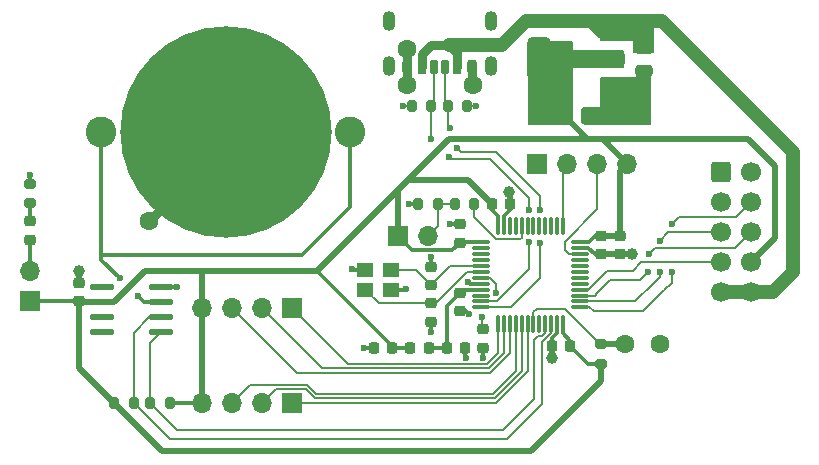
<source format=gbr>
%TF.GenerationSoftware,KiCad,Pcbnew,8.0.3*%
%TF.CreationDate,2024-06-06T01:48:16+12:00*%
%TF.ProjectId,microcontroller,6d696372-6f63-46f6-9e74-726f6c6c6572,0.1.1*%
%TF.SameCoordinates,Original*%
%TF.FileFunction,Copper,L1,Top*%
%TF.FilePolarity,Positive*%
%FSLAX46Y46*%
G04 Gerber Fmt 4.6, Leading zero omitted, Abs format (unit mm)*
G04 Created by KiCad (PCBNEW 8.0.3) date 2024-06-06 01:48:16*
%MOMM*%
%LPD*%
G01*
G04 APERTURE LIST*
G04 Aperture macros list*
%AMRoundRect*
0 Rectangle with rounded corners*
0 $1 Rounding radius*
0 $2 $3 $4 $5 $6 $7 $8 $9 X,Y pos of 4 corners*
0 Add a 4 corners polygon primitive as box body*
4,1,4,$2,$3,$4,$5,$6,$7,$8,$9,$2,$3,0*
0 Add four circle primitives for the rounded corners*
1,1,$1+$1,$2,$3*
1,1,$1+$1,$4,$5*
1,1,$1+$1,$6,$7*
1,1,$1+$1,$8,$9*
0 Add four rect primitives between the rounded corners*
20,1,$1+$1,$2,$3,$4,$5,0*
20,1,$1+$1,$4,$5,$6,$7,0*
20,1,$1+$1,$6,$7,$8,$9,0*
20,1,$1+$1,$8,$9,$2,$3,0*%
G04 Aperture macros list end*
%TA.AperFunction,SMDPad,CuDef*%
%ADD10RoundRect,0.250000X-0.475000X0.250000X-0.475000X-0.250000X0.475000X-0.250000X0.475000X0.250000X0*%
%TD*%
%TA.AperFunction,SMDPad,CuDef*%
%ADD11RoundRect,0.079500X-0.910500X-0.185500X0.910500X-0.185500X0.910500X0.185500X-0.910500X0.185500X0*%
%TD*%
%TA.AperFunction,SMDPad,CuDef*%
%ADD12RoundRect,0.175000X0.175000X0.425000X-0.175000X0.425000X-0.175000X-0.425000X0.175000X-0.425000X0*%
%TD*%
%TA.AperFunction,SMDPad,CuDef*%
%ADD13RoundRect,0.190000X-0.190000X-0.410000X0.190000X-0.410000X0.190000X0.410000X-0.190000X0.410000X0*%
%TD*%
%TA.AperFunction,SMDPad,CuDef*%
%ADD14RoundRect,0.200000X-0.200000X-0.400000X0.200000X-0.400000X0.200000X0.400000X-0.200000X0.400000X0*%
%TD*%
%TA.AperFunction,SMDPad,CuDef*%
%ADD15RoundRect,0.175000X-0.175000X-0.425000X0.175000X-0.425000X0.175000X0.425000X-0.175000X0.425000X0*%
%TD*%
%TA.AperFunction,SMDPad,CuDef*%
%ADD16RoundRect,0.190000X0.190000X0.410000X-0.190000X0.410000X-0.190000X-0.410000X0.190000X-0.410000X0*%
%TD*%
%TA.AperFunction,SMDPad,CuDef*%
%ADD17RoundRect,0.200000X0.200000X0.400000X-0.200000X0.400000X-0.200000X-0.400000X0.200000X-0.400000X0*%
%TD*%
%TA.AperFunction,ComponentPad*%
%ADD18O,1.100000X1.700000*%
%TD*%
%TA.AperFunction,ComponentPad*%
%ADD19R,1.700000X1.700000*%
%TD*%
%TA.AperFunction,ComponentPad*%
%ADD20O,1.700000X1.700000*%
%TD*%
%TA.AperFunction,SMDPad,CuDef*%
%ADD21RoundRect,0.225000X0.250000X-0.225000X0.250000X0.225000X-0.250000X0.225000X-0.250000X-0.225000X0*%
%TD*%
%TA.AperFunction,SMDPad,CuDef*%
%ADD22RoundRect,0.200000X0.200000X0.275000X-0.200000X0.275000X-0.200000X-0.275000X0.200000X-0.275000X0*%
%TD*%
%TA.AperFunction,SMDPad,CuDef*%
%ADD23RoundRect,0.218750X-0.256250X0.218750X-0.256250X-0.218750X0.256250X-0.218750X0.256250X0.218750X0*%
%TD*%
%TA.AperFunction,SMDPad,CuDef*%
%ADD24RoundRect,0.250000X-0.250000X-0.475000X0.250000X-0.475000X0.250000X0.475000X-0.250000X0.475000X0*%
%TD*%
%TA.AperFunction,SMDPad,CuDef*%
%ADD25RoundRect,0.200000X-0.200000X-0.275000X0.200000X-0.275000X0.200000X0.275000X-0.200000X0.275000X0*%
%TD*%
%TA.AperFunction,SMDPad,CuDef*%
%ADD26RoundRect,0.225000X-0.250000X0.225000X-0.250000X-0.225000X0.250000X-0.225000X0.250000X0.225000X0*%
%TD*%
%TA.AperFunction,ComponentPad*%
%ADD27C,2.600000*%
%TD*%
%TA.AperFunction,SMDPad,CuDef*%
%ADD28C,17.900000*%
%TD*%
%TA.AperFunction,ComponentPad*%
%ADD29RoundRect,0.250000X-0.600000X-0.600000X0.600000X-0.600000X0.600000X0.600000X-0.600000X0.600000X0*%
%TD*%
%TA.AperFunction,ComponentPad*%
%ADD30C,1.700000*%
%TD*%
%TA.AperFunction,SMDPad,CuDef*%
%ADD31RoundRect,0.218750X0.218750X0.256250X-0.218750X0.256250X-0.218750X-0.256250X0.218750X-0.256250X0*%
%TD*%
%TA.AperFunction,SMDPad,CuDef*%
%ADD32RoundRect,0.225000X-0.225000X-0.250000X0.225000X-0.250000X0.225000X0.250000X-0.225000X0.250000X0*%
%TD*%
%TA.AperFunction,ComponentPad*%
%ADD33C,1.600000*%
%TD*%
%TA.AperFunction,SMDPad,CuDef*%
%ADD34RoundRect,0.375000X0.625000X0.375000X-0.625000X0.375000X-0.625000X-0.375000X0.625000X-0.375000X0*%
%TD*%
%TA.AperFunction,SMDPad,CuDef*%
%ADD35RoundRect,0.500000X0.500000X1.400000X-0.500000X1.400000X-0.500000X-1.400000X0.500000X-1.400000X0*%
%TD*%
%TA.AperFunction,SMDPad,CuDef*%
%ADD36RoundRect,0.225000X0.225000X0.250000X-0.225000X0.250000X-0.225000X-0.250000X0.225000X-0.250000X0*%
%TD*%
%TA.AperFunction,SMDPad,CuDef*%
%ADD37RoundRect,0.075000X-0.662500X-0.075000X0.662500X-0.075000X0.662500X0.075000X-0.662500X0.075000X0*%
%TD*%
%TA.AperFunction,SMDPad,CuDef*%
%ADD38RoundRect,0.075000X-0.075000X-0.662500X0.075000X-0.662500X0.075000X0.662500X-0.075000X0.662500X0*%
%TD*%
%TA.AperFunction,SMDPad,CuDef*%
%ADD39RoundRect,0.200000X0.275000X-0.200000X0.275000X0.200000X-0.275000X0.200000X-0.275000X-0.200000X0*%
%TD*%
%TA.AperFunction,SMDPad,CuDef*%
%ADD40R,1.400000X1.200000*%
%TD*%
%TA.AperFunction,ViaPad*%
%ADD41C,1.600000*%
%TD*%
%TA.AperFunction,ViaPad*%
%ADD42C,0.600000*%
%TD*%
%TA.AperFunction,ViaPad*%
%ADD43C,1.000000*%
%TD*%
%TA.AperFunction,Conductor*%
%ADD44C,0.300000*%
%TD*%
%TA.AperFunction,Conductor*%
%ADD45C,0.130000*%
%TD*%
%TA.AperFunction,Conductor*%
%ADD46C,0.500000*%
%TD*%
%TA.AperFunction,Conductor*%
%ADD47C,0.800000*%
%TD*%
%TA.AperFunction,Conductor*%
%ADD48C,1.200000*%
%TD*%
G04 APERTURE END LIST*
D10*
%TO.P,C10,1*%
%TO.N,VBUS*%
X171869000Y-69912000D03*
%TO.P,C10,2*%
%TO.N,GND*%
X171869000Y-71812000D03*
%TD*%
D11*
%TO.P,U1,1,32KHZ*%
%TO.N,unconnected-(U1-32KHZ-Pad1)*%
X126059000Y-90170000D03*
%TO.P,U1,2,VCC*%
%TO.N,+3V3*%
X126059000Y-91440000D03*
%TO.P,U1,3,~{INT}/SQW*%
%TO.N,unconnected-(U1-~{INT}{slash}SQW-Pad3)*%
X126059000Y-92710000D03*
%TO.P,U1,4,~{RST}*%
%TO.N,unconnected-(U1-~{RST}-Pad4)*%
X126059000Y-93980000D03*
%TO.P,U1,5,GND*%
%TO.N,GND*%
X130989000Y-90170000D03*
%TO.P,U1,6,VBAT*%
%TO.N,+BATT*%
X130989000Y-91440000D03*
%TO.P,U1,7,SDA*%
%TO.N,SDA*%
X130989000Y-92710000D03*
%TO.P,U1,8,SCL*%
%TO.N,SCL*%
X130989000Y-93980000D03*
%TD*%
D12*
%TO.P,J4,A5,CC1*%
%TO.N,USB_CC1*%
X155100000Y-71520000D03*
D13*
%TO.P,J4,A9,VBUS*%
%TO.N,VBUS*%
X153080000Y-71520000D03*
D14*
%TO.P,J4,A12,GND*%
%TO.N,GND*%
X151850000Y-71520000D03*
D15*
%TO.P,J4,B5,CC2*%
%TO.N,USB_CC2*%
X154100000Y-71520000D03*
D16*
%TO.P,J4,B9,VBUS*%
%TO.N,VBUS*%
X156120000Y-71520000D03*
D17*
%TO.P,J4,B12,GND*%
%TO.N,GND*%
X157350000Y-71520000D03*
D18*
%TO.P,J4,S1,SHIELD*%
%TO.N,unconnected-(J4-SHIELD-PadS1)*%
X158920000Y-71440000D03*
%TO.N,unconnected-(J4-SHIELD-PadS1)_1*%
X158920000Y-67640000D03*
%TO.N,unconnected-(J4-SHIELD-PadS1)_2*%
X150280000Y-71440000D03*
%TO.N,unconnected-(J4-SHIELD-PadS1)_0*%
X150280000Y-67640000D03*
%TD*%
D19*
%TO.P,J1,1,Pin_1*%
%TO.N,ADJUST_SW*%
X142113000Y-99949000D03*
D20*
%TO.P,J1,2,Pin_2*%
%TO.N,MODE_SW*%
X139573000Y-99949000D03*
%TO.P,J1,3,Pin_3*%
%TO.N,POWER_SW*%
X137033000Y-99949000D03*
%TO.P,J1,4,Pin_4*%
%TO.N,+3V3*%
X134493000Y-99949000D03*
%TD*%
D21*
%TO.P,C13,1*%
%TO.N,HSE_IN*%
X153900000Y-89975000D03*
%TO.P,C13,2*%
%TO.N,GND*%
X153900000Y-88425000D03*
%TD*%
D22*
%TO.P,R4,1*%
%TO.N,/BOOT0*%
X157525000Y-83100000D03*
%TO.P,R4,2*%
%TO.N,/JMP_BOOT0*%
X155875000Y-83100000D03*
%TD*%
D19*
%TO.P,J5,1,Pin_1*%
%TO.N,GND*%
X162860000Y-79700000D03*
D20*
%TO.P,J5,2,Pin_2*%
%TO.N,/SWCLK*%
X165400000Y-79700000D03*
%TO.P,J5,3,Pin_3*%
%TO.N,/SWDIO*%
X167940000Y-79700000D03*
%TO.P,J5,4,Pin_4*%
%TO.N,+3V3*%
X170480000Y-79700000D03*
%TD*%
D23*
%TO.P,D1,1,K*%
%TO.N,/PWR_LED_K*%
X119888000Y-84556500D03*
%TO.P,D1,2,A*%
%TO.N,/PWR_LED_A*%
X119888000Y-86131500D03*
%TD*%
D24*
%TO.P,C11,1*%
%TO.N,+3V3*%
X165204000Y-75688000D03*
%TO.P,C11,2*%
%TO.N,GND*%
X167104000Y-75688000D03*
%TD*%
D25*
%TO.P,R8,1*%
%TO.N,SCL*%
X130112000Y-99949000D03*
%TO.P,R8,2*%
%TO.N,+3V3*%
X131762000Y-99949000D03*
%TD*%
D19*
%TO.P,JP1,1,A*%
%TO.N,+3V3*%
X119888000Y-91318000D03*
D20*
%TO.P,JP1,2,B*%
%TO.N,/PWR_LED_A*%
X119888000Y-88778000D03*
%TD*%
D19*
%TO.P,J2,1,Pin_1*%
%TO.N,SECOND_SW_H*%
X142113000Y-91949000D03*
D20*
%TO.P,J2,2,Pin_2*%
%TO.N,MINUTE_SW_H*%
X139573000Y-91949000D03*
%TO.P,J2,3,Pin_3*%
%TO.N,HOUR_SW_H*%
X137033000Y-91949000D03*
%TO.P,J2,4,Pin_4*%
%TO.N,+3V3*%
X134493000Y-91949000D03*
%TD*%
D26*
%TO.P,C6,1*%
%TO.N,+3V3*%
X168300000Y-85825000D03*
%TO.P,C6,2*%
%TO.N,GND*%
X168300000Y-87375000D03*
%TD*%
D25*
%TO.P,R6,1*%
%TO.N,GND*%
X152251000Y-74790000D03*
%TO.P,R6,2*%
%TO.N,USB_CC2*%
X153901000Y-74790000D03*
%TD*%
D27*
%TO.P,BT1,1,+*%
%TO.N,+BATT*%
X125950000Y-77000000D03*
X147050000Y-77000000D03*
D28*
%TO.P,BT1,2,-*%
%TO.N,GND*%
X136500000Y-77000000D03*
%TD*%
D26*
%TO.P,C7,1*%
%TO.N,+3.3VA*%
X156300000Y-90625000D03*
%TO.P,C7,2*%
%TO.N,GND*%
X156300000Y-92175000D03*
%TD*%
%TO.P,C2,1*%
%TO.N,+3V3*%
X169900000Y-85825000D03*
%TO.P,C2,2*%
%TO.N,GND*%
X169900000Y-87375000D03*
%TD*%
D29*
%TO.P,J3,1,Pin_1*%
%TO.N,GND*%
X178435000Y-80420000D03*
D30*
%TO.P,J3,2,Pin_2*%
X180975000Y-80420000D03*
%TO.P,J3,3,Pin_3*%
X178435000Y-82960000D03*
%TO.P,J3,4,Pin_4*%
%TO.N,LATCH*%
X180975000Y-82960000D03*
%TO.P,J3,5,Pin_5*%
%TO.N,CLK*%
X178435000Y-85500000D03*
%TO.P,J3,6,Pin_6*%
%TO.N,OE*%
X180975000Y-85500000D03*
%TO.P,J3,7,Pin_7*%
%TO.N,SER*%
X178435000Y-88040000D03*
%TO.P,J3,8,Pin_8*%
%TO.N,+3V3*%
X180975000Y-88040000D03*
%TO.P,J3,9,Pin_9*%
%TO.N,VBUS*%
X178435000Y-90580000D03*
%TO.P,J3,10,Pin_10*%
X180975000Y-90580000D03*
%TD*%
D21*
%TO.P,C1,1*%
%TO.N,+3V3*%
X124079000Y-91326000D03*
%TO.P,C1,2*%
%TO.N,GND*%
X124079000Y-89776000D03*
%TD*%
D31*
%TO.P,FB1,1*%
%TO.N,+3.3VA*%
X153687500Y-95300000D03*
%TO.P,FB1,2*%
%TO.N,+3V3*%
X152112500Y-95300000D03*
%TD*%
D21*
%TO.P,C5,1*%
%TO.N,+3V3*%
X156300000Y-86375000D03*
%TO.P,C5,2*%
%TO.N,GND*%
X156300000Y-84825000D03*
%TD*%
D32*
%TO.P,C8,1*%
%TO.N,+3.3VA*%
X155225000Y-95300000D03*
%TO.P,C8,2*%
%TO.N,GND*%
X156775000Y-95300000D03*
%TD*%
D33*
%TO.P,R2,1*%
%TO.N,LDR*%
X170280000Y-94975000D03*
%TO.P,R2,2*%
%TO.N,GND*%
X173280000Y-94975000D03*
%TD*%
D22*
%TO.P,R9,1*%
%TO.N,SDA*%
X128714000Y-99949000D03*
%TO.P,R9,2*%
%TO.N,+3V3*%
X127064000Y-99949000D03*
%TD*%
D19*
%TO.P,JP2,1,A*%
%TO.N,+3V3*%
X151060000Y-85800000D03*
D20*
%TO.P,JP2,2,B*%
%TO.N,/JMP_BOOT0*%
X153600000Y-85800000D03*
%TD*%
D34*
%TO.P,U2,1,GND*%
%TO.N,GND*%
X169304000Y-73162000D03*
%TO.P,U2,2,VO*%
%TO.N,+3V3*%
X169304000Y-70862000D03*
D35*
X163004000Y-70862000D03*
D34*
%TO.P,U2,3,VI*%
%TO.N,VBUS*%
X169304000Y-68562000D03*
%TD*%
D36*
%TO.P,C3,1*%
%TO.N,+3V3*%
X165675000Y-95100000D03*
%TO.P,C3,2*%
%TO.N,GND*%
X164125000Y-95100000D03*
%TD*%
D25*
%TO.P,R5,1*%
%TO.N,GND*%
X152800000Y-83100000D03*
%TO.P,R5,2*%
%TO.N,/JMP_BOOT0*%
X154450000Y-83100000D03*
%TD*%
D32*
%TO.P,C4,1*%
%TO.N,+3V3*%
X159025000Y-83100000D03*
%TO.P,C4,2*%
%TO.N,GND*%
X160575000Y-83100000D03*
%TD*%
D37*
%TO.P,U3,1,VBAT*%
%TO.N,+3V3*%
X158137500Y-86350000D03*
%TO.P,U3,2,PC13*%
%TO.N,unconnected-(U3-PC13-Pad2)*%
X158137500Y-86850000D03*
%TO.P,U3,3,PC14*%
%TO.N,unconnected-(U3-PC14-Pad3)*%
X158137500Y-87350000D03*
%TO.P,U3,4,PC15*%
%TO.N,unconnected-(U3-PC15-Pad4)*%
X158137500Y-87850000D03*
%TO.P,U3,5,PD0*%
%TO.N,HSE_IN*%
X158137500Y-88350000D03*
%TO.P,U3,6,PD1*%
%TO.N,HSE_OUT*%
X158137500Y-88850000D03*
%TO.P,U3,7,NRST*%
%TO.N,/NRST*%
X158137500Y-89350000D03*
%TO.P,U3,8,VSSA*%
%TO.N,GND*%
X158137500Y-89850000D03*
%TO.P,U3,9,VDDA*%
%TO.N,+3.3VA*%
X158137500Y-90350000D03*
%TO.P,U3,10,PA0*%
%TO.N,unconnected-(U3-PA0-Pad10)*%
X158137500Y-90850000D03*
%TO.P,U3,11,PA1*%
%TO.N,USB_CC2*%
X158137500Y-91350000D03*
%TO.P,U3,12,PA2*%
%TO.N,USB_CC1*%
X158137500Y-91850000D03*
D38*
%TO.P,U3,13,PA3*%
%TO.N,SECOND_SW_H*%
X159550000Y-93262500D03*
%TO.P,U3,14,PA4*%
%TO.N,MINUTE_SW_H*%
X160050000Y-93262500D03*
%TO.P,U3,15,PA5*%
%TO.N,HOUR_SW_H*%
X160550000Y-93262500D03*
%TO.P,U3,16,PA6*%
%TO.N,POWER_SW*%
X161050000Y-93262500D03*
%TO.P,U3,17,PA7*%
%TO.N,MODE_SW*%
X161550000Y-93262500D03*
%TO.P,U3,18,PB0*%
%TO.N,ADJUST_SW*%
X162050000Y-93262500D03*
%TO.P,U3,19,PB1*%
%TO.N,LDR*%
X162550000Y-93262500D03*
%TO.P,U3,20,PB2*%
%TO.N,unconnected-(U3-PB2-Pad20)*%
X163050000Y-93262500D03*
%TO.P,U3,21,PB10*%
%TO.N,SCL*%
X163550000Y-93262500D03*
%TO.P,U3,22,PB11*%
%TO.N,SDA*%
X164050000Y-93262500D03*
%TO.P,U3,23,VSS*%
%TO.N,GND*%
X164550000Y-93262500D03*
%TO.P,U3,24,VDD*%
%TO.N,+3V3*%
X165050000Y-93262500D03*
D37*
%TO.P,U3,25,PB12*%
%TO.N,LATCH*%
X166462500Y-91850000D03*
%TO.P,U3,26,PB13*%
%TO.N,CLK*%
X166462500Y-91350000D03*
%TO.P,U3,27,PB14*%
%TO.N,OE*%
X166462500Y-90850000D03*
%TO.P,U3,28,PB15*%
%TO.N,SER*%
X166462500Y-90350000D03*
%TO.P,U3,29,PA8*%
%TO.N,unconnected-(U3-PA8-Pad29)*%
X166462500Y-89850000D03*
%TO.P,U3,30,PA9*%
%TO.N,unconnected-(U3-PA9-Pad30)*%
X166462500Y-89350000D03*
%TO.P,U3,31,PA10*%
%TO.N,unconnected-(U3-PA10-Pad31)*%
X166462500Y-88850000D03*
%TO.P,U3,32,PA11*%
%TO.N,unconnected-(U3-PA11-Pad32)*%
X166462500Y-88350000D03*
%TO.P,U3,33,PA12*%
%TO.N,unconnected-(U3-PA12-Pad33)*%
X166462500Y-87850000D03*
%TO.P,U3,34,PA13*%
%TO.N,/SWDIO*%
X166462500Y-87350000D03*
%TO.P,U3,35,VSS*%
%TO.N,GND*%
X166462500Y-86850000D03*
%TO.P,U3,36,VDD*%
%TO.N,+3V3*%
X166462500Y-86350000D03*
D38*
%TO.P,U3,37,PA14*%
%TO.N,/SWCLK*%
X165050000Y-84937500D03*
%TO.P,U3,38,PA15*%
%TO.N,unconnected-(U3-PA15-Pad38)*%
X164550000Y-84937500D03*
%TO.P,U3,39,PB3*%
%TO.N,unconnected-(U3-PB3-Pad39)*%
X164050000Y-84937500D03*
%TO.P,U3,40,PB4*%
%TO.N,unconnected-(U3-PB4-Pad40)*%
X163550000Y-84937500D03*
%TO.P,U3,41,PB5*%
%TO.N,unconnected-(U3-PB5-Pad41)*%
X163050000Y-84937500D03*
%TO.P,U3,42,PB6*%
%TO.N,unconnected-(U3-PB6-Pad42)*%
X162550000Y-84937500D03*
%TO.P,U3,43,PB7*%
%TO.N,unconnected-(U3-PB7-Pad43)*%
X162050000Y-84937500D03*
%TO.P,U3,44,BOOT0*%
%TO.N,/BOOT0*%
X161550000Y-84937500D03*
%TO.P,U3,45,PB8*%
%TO.N,unconnected-(U3-PB8-Pad45)*%
X161050000Y-84937500D03*
%TO.P,U3,46,PB9*%
%TO.N,unconnected-(U3-PB9-Pad46)*%
X160550000Y-84937500D03*
%TO.P,U3,47,VSS*%
%TO.N,GND*%
X160050000Y-84937500D03*
%TO.P,U3,48,VDD*%
%TO.N,+3V3*%
X159550000Y-84937500D03*
%TD*%
D39*
%TO.P,R1,1*%
%TO.N,+3V3*%
X168240000Y-96620000D03*
%TO.P,R1,2*%
%TO.N,LDR*%
X168240000Y-94970000D03*
%TD*%
%TO.P,R3,1*%
%TO.N,/PWR_LED_K*%
X119888000Y-83057000D03*
%TO.P,R3,2*%
%TO.N,GND*%
X119888000Y-81407000D03*
%TD*%
D36*
%TO.P,C9,1*%
%TO.N,+3V3*%
X150575000Y-95300000D03*
%TO.P,C9,2*%
%TO.N,GND*%
X149025000Y-95300000D03*
%TD*%
D26*
%TO.P,C12,1*%
%TO.N,/NRST*%
X158300000Y-93725000D03*
%TO.P,C12,2*%
%TO.N,GND*%
X158300000Y-95275000D03*
%TD*%
%TO.P,C14,1*%
%TO.N,HSE_OUT*%
X153900000Y-91525000D03*
%TO.P,C14,2*%
%TO.N,GND*%
X153900000Y-93075000D03*
%TD*%
D40*
%TO.P,Y1,1,1*%
%TO.N,HSE_IN*%
X150500000Y-88650000D03*
%TO.P,Y1,2,2*%
%TO.N,GND*%
X148300000Y-88650000D03*
%TO.P,Y1,3,3*%
%TO.N,HSE_OUT*%
X148300000Y-90350000D03*
%TO.P,Y1,4,4*%
%TO.N,GND*%
X150500000Y-90350000D03*
%TD*%
D22*
%TO.P,R7,1*%
%TO.N,GND*%
X156949000Y-74790000D03*
%TO.P,R7,2*%
%TO.N,USB_CC1*%
X155299000Y-74790000D03*
%TD*%
D41*
%TO.N,GND*%
X171234000Y-75434000D03*
D42*
X151800000Y-90300000D03*
X147200000Y-88600000D03*
X152000000Y-83100000D03*
X156800000Y-96100000D03*
D41*
X157394000Y-73012000D03*
D43*
X170900000Y-87300000D03*
D42*
X119888000Y-80645000D03*
X132334000Y-90170000D03*
D41*
X151806000Y-73012000D03*
D42*
X158300000Y-96100000D03*
X157700000Y-74800000D03*
D43*
X160500000Y-82100000D03*
D41*
X151806000Y-69964000D03*
D42*
X153900000Y-93900000D03*
X155500000Y-84800000D03*
X157000000Y-89700000D03*
D43*
X164100000Y-96100000D03*
D42*
X151500000Y-74800000D03*
D41*
X171234000Y-73402000D03*
D43*
X124079000Y-88773000D03*
D41*
X130000000Y-84500000D03*
D42*
X148200000Y-95300000D03*
X153900000Y-87600000D03*
D41*
X169202000Y-75434000D03*
D42*
X157100000Y-92400000D03*
%TO.N,+BATT*%
X127508000Y-89408000D03*
X129032000Y-90932000D03*
%TO.N,/NRST*%
X158200000Y-92700000D03*
X159400000Y-90600000D03*
%TO.N,USB_CC2*%
X155400000Y-79100000D03*
X153900000Y-77600000D03*
X162200000Y-86300000D03*
X162200000Y-83600000D03*
%TO.N,USB_CC1*%
X155500000Y-76700000D03*
X163100000Y-86400000D03*
X163100000Y-83600000D03*
X156100000Y-78400000D03*
%TO.N,OE*%
X172212000Y-88900000D03*
X172339000Y-87376000D03*
%TO.N,CLK*%
X173228000Y-88900000D03*
X173228000Y-86233000D03*
%TO.N,LATCH*%
X174244000Y-84836000D03*
X174244000Y-88900000D03*
%TD*%
D44*
%TO.N,GND*%
X152800000Y-83100000D02*
X152000000Y-83100000D01*
D45*
X152251000Y-74790000D02*
X151510000Y-74790000D01*
D46*
X164125000Y-96075000D02*
X164100000Y-96100000D01*
X124079000Y-89776000D02*
X124079000Y-88773000D01*
D44*
X164550000Y-94050000D02*
X164125000Y-94475000D01*
X157150000Y-89850000D02*
X157000000Y-89700000D01*
X155525000Y-84825000D02*
X155500000Y-84800000D01*
D46*
X169900000Y-87375000D02*
X168300000Y-87375000D01*
D44*
X147250000Y-88650000D02*
X147200000Y-88600000D01*
D47*
X136500000Y-78000000D02*
X130000000Y-84500000D01*
D45*
X156949000Y-74790000D02*
X157690000Y-74790000D01*
D44*
X164550000Y-93262500D02*
X164550000Y-94050000D01*
D46*
X169900000Y-87375000D02*
X170825000Y-87375000D01*
X160575000Y-83100000D02*
X160575000Y-82175000D01*
D44*
X156775000Y-96075000D02*
X156800000Y-96100000D01*
X149025000Y-95300000D02*
X148200000Y-95300000D01*
X156775000Y-95300000D02*
X156775000Y-96075000D01*
X166462500Y-86850000D02*
X167199882Y-86850000D01*
D46*
X160575000Y-82175000D02*
X160500000Y-82100000D01*
D44*
X167199882Y-86850000D02*
X167724882Y-87375000D01*
X160050000Y-84937500D02*
X160050000Y-84150000D01*
D46*
X170825000Y-87375000D02*
X170900000Y-87300000D01*
D44*
X156875000Y-92175000D02*
X157100000Y-92400000D01*
X164125000Y-94475000D02*
X164125000Y-95100000D01*
D47*
X136500000Y-77000000D02*
X136500000Y-78000000D01*
X151850000Y-71520000D02*
X151850000Y-72968000D01*
D44*
X160050000Y-84150000D02*
X160575000Y-83625000D01*
X158300000Y-95275000D02*
X158300000Y-96100000D01*
D47*
X151850000Y-71520000D02*
X151850000Y-70008000D01*
D44*
X151750000Y-90350000D02*
X151800000Y-90300000D01*
X153900000Y-88425000D02*
X153900000Y-87600000D01*
X167724882Y-87375000D02*
X168300000Y-87375000D01*
X130989000Y-90170000D02*
X132334000Y-90170000D01*
X153900000Y-93075000D02*
X153900000Y-93900000D01*
X160575000Y-83625000D02*
X160575000Y-83100000D01*
D45*
X157690000Y-74790000D02*
X157700000Y-74800000D01*
D47*
X157350000Y-71520000D02*
X157350000Y-72968000D01*
D44*
X158137500Y-89850000D02*
X157150000Y-89850000D01*
D47*
X151850000Y-72968000D02*
X151806000Y-73012000D01*
D44*
X156300000Y-84825000D02*
X155525000Y-84825000D01*
D47*
X151850000Y-70008000D02*
X151806000Y-69964000D01*
D44*
X119888000Y-81407000D02*
X119888000Y-80645000D01*
D47*
X157350000Y-72968000D02*
X157394000Y-73012000D01*
D44*
X156300000Y-92175000D02*
X156875000Y-92175000D01*
X150500000Y-90350000D02*
X151750000Y-90350000D01*
X148300000Y-88650000D02*
X147250000Y-88650000D01*
D45*
X151510000Y-74790000D02*
X151500000Y-74800000D01*
D46*
X164125000Y-95100000D02*
X164125000Y-96075000D01*
D44*
%TO.N,+BATT*%
X147050000Y-77000000D02*
X147050000Y-83328000D01*
X142987000Y-87391000D02*
X125950000Y-87391000D01*
X125950000Y-87391000D02*
X125950000Y-77000000D01*
X125950000Y-87850000D02*
X127508000Y-89408000D01*
X129540000Y-91440000D02*
X130989000Y-91440000D01*
X125950000Y-87391000D02*
X125950000Y-87850000D01*
X129032000Y-90932000D02*
X129540000Y-91440000D01*
X147050000Y-83328000D02*
X142987000Y-87391000D01*
%TO.N,+3V3*%
X152112500Y-95300000D02*
X150575000Y-95300000D01*
D46*
X126059000Y-91440000D02*
X124193000Y-91440000D01*
D44*
X156300000Y-86375000D02*
X155675000Y-87000000D01*
X119888000Y-91318000D02*
X124071000Y-91318000D01*
D46*
X124193000Y-91440000D02*
X124079000Y-91326000D01*
X134493000Y-88773000D02*
X129667000Y-88773000D01*
D44*
X165050000Y-94050000D02*
X165675000Y-94675000D01*
D46*
X167116000Y-77600000D02*
X155400000Y-77600000D01*
X168400000Y-77600000D02*
X168400000Y-77620000D01*
X129667000Y-88773000D02*
X127000000Y-91440000D01*
X167116000Y-77600000D02*
X168400000Y-77600000D01*
D44*
X165050000Y-93262500D02*
X165050000Y-94050000D01*
D46*
X127000000Y-91440000D02*
X126059000Y-91440000D01*
X155400000Y-77600000D02*
X151900000Y-81100000D01*
D44*
X159550000Y-84937500D02*
X159550000Y-84150000D01*
D46*
X157025000Y-81100000D02*
X159025000Y-83100000D01*
D44*
X158137500Y-86350000D02*
X156325000Y-86350000D01*
X167775000Y-85825000D02*
X168300000Y-85825000D01*
X150575000Y-95300000D02*
X150575000Y-95121000D01*
X166462500Y-86350000D02*
X167250000Y-86350000D01*
D46*
X168400000Y-77600000D02*
X180724000Y-77600000D01*
D44*
X124071000Y-91318000D02*
X124079000Y-91326000D01*
X167195000Y-96620000D02*
X165675000Y-95100000D01*
D46*
X170480000Y-79700000D02*
X169900000Y-80280000D01*
D44*
X159025000Y-83625000D02*
X159025000Y-83100000D01*
D46*
X134493000Y-91949000D02*
X134493000Y-99949000D01*
X151900000Y-81100000D02*
X151060000Y-81940000D01*
D44*
X155675000Y-87000000D02*
X152260000Y-87000000D01*
D46*
X162306000Y-104013000D02*
X168240000Y-98079000D01*
X134493000Y-91949000D02*
X134493000Y-88773000D01*
D44*
X165675000Y-94675000D02*
X165675000Y-95100000D01*
X167250000Y-86350000D02*
X167775000Y-85825000D01*
D46*
X124079000Y-96964000D02*
X124079000Y-91326000D01*
X183007000Y-86008000D02*
X180975000Y-88040000D01*
X183007000Y-79883000D02*
X183007000Y-86008000D01*
X151900000Y-81100000D02*
X157025000Y-81100000D01*
X131128000Y-104013000D02*
X162306000Y-104013000D01*
X180724000Y-77600000D02*
X183007000Y-79883000D01*
X127064000Y-99949000D02*
X131128000Y-104013000D01*
X165204000Y-75688000D02*
X167116000Y-77600000D01*
D44*
X131762000Y-99949000D02*
X134493000Y-99949000D01*
X159550000Y-84150000D02*
X159025000Y-83625000D01*
X168240000Y-96620000D02*
X167195000Y-96620000D01*
X150575000Y-95121000D02*
X144227000Y-88773000D01*
X156325000Y-86350000D02*
X156300000Y-86375000D01*
X152260000Y-87000000D02*
X151060000Y-85800000D01*
D46*
X169900000Y-85825000D02*
X168300000Y-85825000D01*
X127064000Y-99949000D02*
X124079000Y-96964000D01*
X168400000Y-77620000D02*
X170480000Y-79700000D01*
X168240000Y-98079000D02*
X168240000Y-96620000D01*
X169900000Y-80280000D02*
X169900000Y-85825000D01*
X151060000Y-81940000D02*
X144227000Y-88773000D01*
X151060000Y-81940000D02*
X151060000Y-85800000D01*
X144227000Y-88773000D02*
X134493000Y-88773000D01*
D44*
%TO.N,+3.3VA*%
X155225000Y-95300000D02*
X155225000Y-91700000D01*
X155225000Y-91700000D02*
X156300000Y-90625000D01*
X158137500Y-90350000D02*
X156575000Y-90350000D01*
X156575000Y-90350000D02*
X156300000Y-90625000D01*
X153687500Y-95300000D02*
X155225000Y-95300000D01*
D48*
%TO.N,VBUS*%
X168362000Y-68562000D02*
X167400000Y-67600000D01*
D47*
X156120000Y-71520000D02*
X156120000Y-70320000D01*
D48*
X167400000Y-67600000D02*
X173400000Y-67600000D01*
D47*
X156120000Y-70320000D02*
X155400000Y-69600000D01*
D48*
X184531000Y-78731000D02*
X184531000Y-88900000D01*
D47*
X153080000Y-71520000D02*
X153080000Y-70420000D01*
D48*
X173400000Y-67600000D02*
X184531000Y-78731000D01*
D47*
X153900000Y-69600000D02*
X154400000Y-69600000D01*
D48*
X182851000Y-90580000D02*
X184531000Y-88900000D01*
X169304000Y-68562000D02*
X168362000Y-68562000D01*
D47*
X153080000Y-70420000D02*
X153900000Y-69600000D01*
D48*
X178435000Y-90580000D02*
X182851000Y-90580000D01*
X161900000Y-67600000D02*
X159900000Y-69600000D01*
X167400000Y-67600000D02*
X161900000Y-67600000D01*
X159900000Y-69600000D02*
X155400000Y-69600000D01*
D47*
X154400000Y-69600000D02*
X155400000Y-69600000D01*
D45*
%TO.N,/NRST*%
X158200000Y-93625000D02*
X158300000Y-93725000D01*
X158200000Y-92700000D02*
X158200000Y-93625000D01*
X158137500Y-89350000D02*
X158874999Y-89350000D01*
X158874999Y-89350000D02*
X159400000Y-89875001D01*
X159400000Y-89875001D02*
X159400000Y-90600000D01*
%TO.N,HSE_IN*%
X150500000Y-88650000D02*
X152575000Y-88650000D01*
X153900000Y-89975000D02*
X155525000Y-88350000D01*
X153900000Y-89900000D02*
X153900000Y-89975000D01*
X152575000Y-88650000D02*
X153900000Y-89975000D01*
X155525000Y-88350000D02*
X158137500Y-88350000D01*
%TO.N,HSE_OUT*%
X158137500Y-88850000D02*
X156950000Y-88850000D01*
X149475000Y-91525000D02*
X148300000Y-90350000D01*
X156950000Y-88850000D02*
X154275000Y-91525000D01*
X153900000Y-91525000D02*
X149475000Y-91525000D01*
X154275000Y-91525000D02*
X153900000Y-91525000D01*
D44*
%TO.N,/PWR_LED_K*%
X119888000Y-84556500D02*
X119888000Y-83057000D01*
%TO.N,/PWR_LED_A*%
X119888000Y-88778000D02*
X119888000Y-86131500D01*
D45*
%TO.N,USB_CC2*%
X155400000Y-79100000D02*
X155600000Y-79300000D01*
X153901000Y-74790000D02*
X153901000Y-76100000D01*
X162200000Y-88600000D02*
X162200000Y-86300000D01*
X155600000Y-79300000D02*
X158900000Y-79300000D01*
X154100000Y-71520000D02*
X154100000Y-74591000D01*
X162200000Y-82600000D02*
X162200000Y-83600000D01*
X159450000Y-91350000D02*
X162200000Y-88600000D01*
X153900000Y-76101000D02*
X153901000Y-76100000D01*
X158900000Y-79300000D02*
X162200000Y-82600000D01*
X153900000Y-77600000D02*
X153900000Y-76101000D01*
X154100000Y-74591000D02*
X153901000Y-74790000D01*
X158137500Y-91350000D02*
X159450000Y-91350000D01*
X153901000Y-76100000D02*
X153901000Y-76101000D01*
%TO.N,USB_CC1*%
X158137500Y-91850000D02*
X160650000Y-91850000D01*
X163100000Y-82400000D02*
X159400000Y-78700000D01*
X163100000Y-89400000D02*
X163100000Y-86400000D01*
X160650000Y-91850000D02*
X163100000Y-89400000D01*
X156400000Y-78700000D02*
X156100000Y-78400000D01*
X159400000Y-78700000D02*
X156400000Y-78700000D01*
X163100000Y-83600000D02*
X163100000Y-82400000D01*
X155100000Y-71520000D02*
X155100000Y-74591000D01*
X155100000Y-74591000D02*
X155299000Y-74790000D01*
X155500000Y-76700000D02*
X155299000Y-76499000D01*
X155299000Y-76499000D02*
X155299000Y-74790000D01*
%TO.N,/SWCLK*%
X165050000Y-84937500D02*
X165050000Y-80050000D01*
X165050000Y-80050000D02*
X165400000Y-79700000D01*
%TO.N,/SWDIO*%
X165550000Y-87350000D02*
X165200000Y-87000000D01*
X165200000Y-87000000D02*
X165200000Y-86300000D01*
X165200000Y-86300000D02*
X167940000Y-83560000D01*
X166462500Y-87350000D02*
X165550000Y-87350000D01*
X167940000Y-83560000D02*
X167940000Y-79700000D01*
%TO.N,MINUTE_SW_H*%
X139573000Y-91949000D02*
X144652000Y-97028000D01*
X160050000Y-95728000D02*
X160050000Y-93262500D01*
X144652000Y-97028000D02*
X158750000Y-97028000D01*
X158750000Y-97028000D02*
X160050000Y-95728000D01*
%TO.N,SECOND_SW_H*%
X146811000Y-96647000D02*
X158623000Y-96647000D01*
X158623000Y-96647000D02*
X159550000Y-95720000D01*
X159550000Y-95720000D02*
X159550000Y-93262500D01*
X142113000Y-91949000D02*
X146811000Y-96647000D01*
%TO.N,HOUR_SW_H*%
X158877000Y-97409000D02*
X160550000Y-95736000D01*
X137033000Y-91949000D02*
X142493000Y-97409000D01*
X142493000Y-97409000D02*
X158877000Y-97409000D01*
X160550000Y-95736000D02*
X160550000Y-93262500D01*
%TO.N,/JMP_BOOT0*%
X155875000Y-83100000D02*
X154450000Y-83100000D01*
X154450000Y-84950000D02*
X153600000Y-85800000D01*
X154450000Y-83100000D02*
X154450000Y-84950000D01*
%TO.N,POWER_SW*%
X161050000Y-97268000D02*
X161050000Y-93262500D01*
X137033000Y-99949000D02*
X138557000Y-98425000D01*
X159131000Y-99187000D02*
X161050000Y-97268000D01*
X144145000Y-99187000D02*
X159131000Y-99187000D01*
X138557000Y-98425000D02*
X143383000Y-98425000D01*
X143383000Y-98425000D02*
X144145000Y-99187000D01*
%TO.N,MODE_SW*%
X140716000Y-98806000D02*
X143256000Y-98806000D01*
X144018000Y-99568000D02*
X159258000Y-99568000D01*
X161550000Y-97276000D02*
X161550000Y-93262500D01*
X159258000Y-99568000D02*
X161550000Y-97276000D01*
X143256000Y-98806000D02*
X144018000Y-99568000D01*
X139573000Y-99949000D02*
X140716000Y-98806000D01*
%TO.N,ADJUST_SW*%
X162050000Y-97284000D02*
X162050000Y-93262500D01*
X159385000Y-99949000D02*
X162050000Y-97284000D01*
X142113000Y-99949000D02*
X159385000Y-99949000D01*
%TO.N,/BOOT0*%
X161550000Y-84937500D02*
X161550000Y-85950000D01*
X161400000Y-86100000D02*
X159400000Y-86100000D01*
X159400000Y-86100000D02*
X157525000Y-84225000D01*
X161550000Y-85950000D02*
X161400000Y-86100000D01*
X157525000Y-84225000D02*
X157525000Y-83100000D01*
%TO.N,SCL*%
X130112000Y-94857000D02*
X130112000Y-99949000D01*
X130112000Y-99949000D02*
X132398000Y-102235000D01*
X130989000Y-93980000D02*
X130112000Y-94857000D01*
X162600000Y-94600000D02*
X162900000Y-94300000D01*
X162600000Y-99600000D02*
X162600000Y-94600000D01*
X163249999Y-94300000D02*
X163550000Y-93999999D01*
X159965000Y-102235000D02*
X162600000Y-99600000D01*
X163550000Y-93999999D02*
X163550000Y-93262500D01*
X162900000Y-94300000D02*
X163249999Y-94300000D01*
X132398000Y-102235000D02*
X159965000Y-102235000D01*
%TO.N,SDA*%
X129999000Y-92710000D02*
X128714000Y-93995000D01*
X128714000Y-93995000D02*
X128714000Y-99949000D01*
X163300000Y-94816338D02*
X164050000Y-94066338D01*
X164050000Y-94066338D02*
X164050000Y-93262500D01*
X163300000Y-100000000D02*
X163300000Y-94816338D01*
X160303000Y-102997000D02*
X163300000Y-100000000D01*
X131762000Y-102997000D02*
X160303000Y-102997000D01*
X128714000Y-99949000D02*
X131762000Y-102997000D01*
X130989000Y-92710000D02*
X129999000Y-92710000D01*
%TO.N,SER*%
X167206000Y-90350000D02*
X168783000Y-88773000D01*
X166462500Y-90350000D02*
X167206000Y-90350000D01*
X170942000Y-88773000D02*
X171675000Y-88040000D01*
X168783000Y-88773000D02*
X170942000Y-88773000D01*
X171675000Y-88040000D02*
X178435000Y-88040000D01*
%TO.N,OE*%
X167894000Y-90678000D02*
X169037000Y-89535000D01*
X171577000Y-89535000D02*
X172212000Y-88900000D01*
X166462500Y-90850000D02*
X167722000Y-90850000D01*
X167722000Y-90850000D02*
X167894000Y-90678000D01*
X169037000Y-89535000D02*
X171577000Y-89535000D01*
X179607000Y-86868000D02*
X180975000Y-85500000D01*
X172847000Y-86868000D02*
X179607000Y-86868000D01*
X172339000Y-87376000D02*
X172847000Y-86868000D01*
%TO.N,CLK*%
X171159000Y-91350000D02*
X172720000Y-89789000D01*
X173228000Y-86233000D02*
X173961000Y-85500000D01*
X173228000Y-89281000D02*
X173228000Y-88900000D01*
X173961000Y-85500000D02*
X178435000Y-85500000D01*
X172720000Y-89789000D02*
X173228000Y-89281000D01*
X166462500Y-91350000D02*
X171159000Y-91350000D01*
%TO.N,LATCH*%
X174244000Y-89789000D02*
X174244000Y-88900000D01*
X167640000Y-92202000D02*
X171831000Y-92202000D01*
X167288000Y-91850000D02*
X167640000Y-92202000D01*
X174244000Y-84836000D02*
X174879000Y-84201000D01*
X174879000Y-84201000D02*
X179734000Y-84201000D01*
X179734000Y-84201000D02*
X180975000Y-82960000D01*
X173609000Y-90424000D02*
X174244000Y-89789000D01*
X171831000Y-92202000D02*
X173609000Y-90424000D01*
X166462500Y-91850000D02*
X167288000Y-91850000D01*
%TO.N,LDR*%
X165220000Y-92010000D02*
X168180000Y-94970000D01*
X168180000Y-94970000D02*
X168240000Y-94970000D01*
D46*
X170275000Y-94970000D02*
X170280000Y-94975000D01*
X168240000Y-94970000D02*
X170275000Y-94970000D01*
D45*
X162550000Y-92270000D02*
X162810000Y-92010000D01*
X162550000Y-93262500D02*
X162550000Y-92270000D01*
X162810000Y-92010000D02*
X165220000Y-92010000D01*
%TD*%
%TA.AperFunction,Conductor*%
%TO.N,GND*%
G36*
X172447039Y-71389685D02*
G01*
X172492794Y-71442489D01*
X172504000Y-71494000D01*
X172504000Y-76326000D01*
X172484315Y-76393039D01*
X172431511Y-76438794D01*
X172380000Y-76450000D01*
X167078729Y-76450000D01*
X167011690Y-76430315D01*
X166991048Y-76413681D01*
X166698319Y-76120951D01*
X166664834Y-76059628D01*
X166662000Y-76033270D01*
X166662000Y-75050000D01*
X166681685Y-74982961D01*
X166734489Y-74937206D01*
X166786000Y-74926000D01*
X168186000Y-74926000D01*
X168186000Y-72510000D01*
X168205685Y-72442961D01*
X168258489Y-72397206D01*
X168310000Y-72386000D01*
X171234000Y-72386000D01*
X171234000Y-71494000D01*
X171253685Y-71426961D01*
X171306489Y-71381206D01*
X171358000Y-71370000D01*
X172380000Y-71370000D01*
X172447039Y-71389685D01*
G37*
%TD.AperFunction*%
%TD*%
%TA.AperFunction,Conductor*%
%TO.N,+3V3*%
G36*
X165843039Y-69349685D02*
G01*
X165888794Y-69402489D01*
X165900000Y-69454000D01*
X165900000Y-70100000D01*
X170094000Y-70100000D01*
X170161039Y-70119685D01*
X170206794Y-70172489D01*
X170218000Y-70224000D01*
X170218000Y-71500000D01*
X170198315Y-71567039D01*
X170145511Y-71612794D01*
X170094000Y-71624000D01*
X165900000Y-71624000D01*
X165900000Y-76326000D01*
X165880315Y-76393039D01*
X165827511Y-76438794D01*
X165776000Y-76450000D01*
X162214000Y-76450000D01*
X162146961Y-76430315D01*
X162101206Y-76377511D01*
X162090000Y-76326000D01*
X162090000Y-69454000D01*
X162109685Y-69386961D01*
X162162489Y-69341206D01*
X162214000Y-69330000D01*
X165776000Y-69330000D01*
X165843039Y-69349685D01*
G37*
%TD.AperFunction*%
%TD*%
%TA.AperFunction,Conductor*%
%TO.N,VBUS*%
G36*
X172701039Y-67833685D02*
G01*
X172746794Y-67886489D01*
X172758000Y-67938000D01*
X172758000Y-70230000D01*
X172738315Y-70297039D01*
X172685511Y-70342794D01*
X172634000Y-70354000D01*
X171104000Y-70354000D01*
X171036961Y-70334315D01*
X170991206Y-70281511D01*
X170980000Y-70230000D01*
X170980000Y-69338000D01*
X168310000Y-69338000D01*
X168242961Y-69318315D01*
X168197206Y-69265511D01*
X168186000Y-69214000D01*
X168186000Y-67938000D01*
X168205685Y-67870961D01*
X168258489Y-67825206D01*
X168310000Y-67814000D01*
X172634000Y-67814000D01*
X172701039Y-67833685D01*
G37*
%TD.AperFunction*%
%TD*%
M02*

</source>
